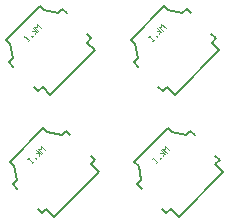
<source format=gbo>
G04*
G04 #@! TF.GenerationSoftware,Altium Limited,Altium Designer,21.8.1 (53)*
G04*
G04 Layer_Color=32896*
%FSLAX25Y25*%
%MOIN*%
G70*
G04*
G04 #@! TF.SameCoordinates,7148B44F-C07B-4FA7-92CD-32C68B6CDD5B*
G04*
G04*
G04 #@! TF.FilePolarity,Positive*
G04*
G01*
G75*
%ADD10C,0.00394*%
%ADD31C,0.00500*%
D10*
X795786Y125243D02*
X794395Y126634D01*
Y125707D01*
X793467D01*
X794859Y124315D01*
X794395Y123851D02*
X793003Y125243D01*
X793931Y124315D02*
X792771Y124083D01*
X793931Y124315D02*
X793699Y123155D01*
X793003Y122460D02*
X792771Y122692D01*
X792540Y122460D01*
X792771Y122228D01*
X793003Y122460D01*
X790452Y122692D02*
X789989Y122228D01*
X790220Y122460D01*
X791612Y121068D01*
X791844Y121300D01*
X791380Y120836D01*
X797004Y84589D02*
X795613Y85980D01*
Y85052D01*
X794685D01*
X796077Y83661D01*
X795613Y83197D02*
X794221Y84589D01*
X795149Y83661D02*
X793990Y83429D01*
X795149Y83661D02*
X794917Y82501D01*
X794221Y81806D02*
X793990Y82038D01*
X793758Y81806D01*
X793990Y81574D01*
X794221Y81806D01*
X791670Y82038D02*
X791207Y81574D01*
X791438Y81806D01*
X792830Y80414D01*
X793062Y80646D01*
X792598Y80182D01*
X755504Y84589D02*
X754113Y85980D01*
Y85052D01*
X753185D01*
X754577Y83661D01*
X754113Y83197D02*
X752722Y84589D01*
X753649Y83661D02*
X752490Y83429D01*
X753649Y83661D02*
X753417Y82501D01*
X752722Y81806D02*
X752490Y82038D01*
X752258Y81806D01*
X752490Y81574D01*
X752722Y81806D01*
X750170Y82038D02*
X749707Y81574D01*
X749938Y81806D01*
X751330Y80414D01*
X751562Y80646D01*
X751098Y80182D01*
X754286Y125243D02*
X752895Y126634D01*
Y125707D01*
X751967D01*
X753359Y124315D01*
X752895Y123851D02*
X751503Y125243D01*
X752431Y124315D02*
X751271Y124083D01*
X752431Y124315D02*
X752199Y123155D01*
X751503Y122460D02*
X751271Y122692D01*
X751040Y122460D01*
X751271Y122228D01*
X751503Y122460D01*
X748952Y122692D02*
X748489Y122228D01*
X748720Y122460D01*
X750112Y121068D01*
X750344Y121300D01*
X749880Y120836D01*
D31*
X785093Y113837D02*
X786569Y112362D01*
X793362Y105569D02*
X794837Y104094D01*
X802799Y131543D02*
X804274Y130067D01*
X811067Y123274D02*
X812543Y121799D01*
X801379Y130123D02*
X802799Y131543D01*
X796674Y131097D02*
X801379Y130123D01*
X795283Y132489D02*
X796674Y131097D01*
X784147Y121353D02*
X795283Y132489D01*
X784147Y121353D02*
X785539Y119962D01*
X786513Y115257D01*
X785093Y113837D02*
X786513Y115257D01*
X794837Y104094D02*
X796257Y105513D01*
X798874Y102896D01*
X813740Y117762D01*
X811123Y120379D02*
X813740Y117762D01*
X811123Y120379D02*
X812543Y121799D01*
X786311Y73183D02*
X787787Y71707D01*
X794580Y64915D02*
X796055Y63439D01*
X804017Y90889D02*
X805492Y89413D01*
X812285Y82620D02*
X813761Y81145D01*
X802597Y89469D02*
X804017Y90889D01*
X797893Y90443D02*
X802597Y89469D01*
X796501Y91835D02*
X797893Y90443D01*
X785365Y80699D02*
X796501Y91835D01*
X785365Y80699D02*
X786757Y79308D01*
X787731Y74603D01*
X786311Y73183D02*
X787731Y74603D01*
X796055Y63439D02*
X797475Y64859D01*
X800092Y62242D01*
X814958Y77108D01*
X812341Y79725D02*
X814958Y77108D01*
X812341Y79725D02*
X813761Y81145D01*
X743594Y113837D02*
X745069Y112362D01*
X751862Y105569D02*
X753337Y104094D01*
X761299Y131543D02*
X762774Y130067D01*
X769567Y123274D02*
X771043Y121799D01*
X759879Y130123D02*
X761299Y131543D01*
X755174Y131097D02*
X759879Y130123D01*
X753783Y132489D02*
X755174Y131097D01*
X742647Y121353D02*
X753783Y132489D01*
X742647Y121353D02*
X744039Y119962D01*
X745013Y115257D01*
X743594Y113837D02*
X745013Y115257D01*
X753337Y104094D02*
X754757Y105513D01*
X757374Y102896D01*
X772240Y117762D01*
X769623Y120379D02*
X772240Y117762D01*
X769623Y120379D02*
X771043Y121799D01*
X744811Y73183D02*
X746287Y71707D01*
X753080Y64915D02*
X754555Y63439D01*
X762517Y90889D02*
X763993Y89413D01*
X770785Y82620D02*
X772261Y81145D01*
X761097Y89469D02*
X762517Y90889D01*
X756392Y90443D02*
X761097Y89469D01*
X755001Y91835D02*
X756392Y90443D01*
X743865Y80699D02*
X755001Y91835D01*
X743865Y80699D02*
X745257Y79308D01*
X746231Y74603D01*
X744811Y73183D02*
X746231Y74603D01*
X754555Y63439D02*
X755975Y64859D01*
X758592Y62242D01*
X773458Y77108D01*
X770841Y79725D02*
X773458Y77108D01*
X770841Y79725D02*
X772261Y81145D01*
M02*

</source>
